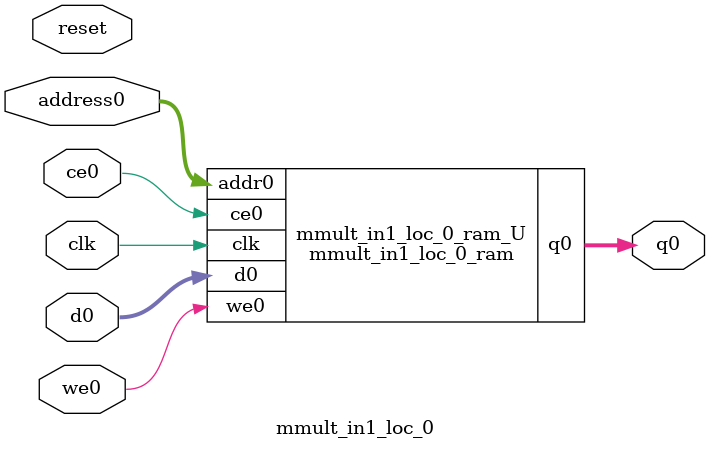
<source format=v>
`timescale 1 ns / 1 ps
module mmult_in1_loc_0_ram (addr0, ce0, d0, we0, q0,  clk);

parameter DWIDTH = 32;
parameter AWIDTH = 6;
parameter MEM_SIZE = 64;

input[AWIDTH-1:0] addr0;
input ce0;
input[DWIDTH-1:0] d0;
input we0;
output reg[DWIDTH-1:0] q0;
input clk;

(* ram_style = "block" *)reg [DWIDTH-1:0] ram[0:MEM_SIZE-1];




always @(posedge clk)  
begin 
    if (ce0) begin
        if (we0) 
            ram[addr0] <= d0; 
        q0 <= ram[addr0];
    end
end


endmodule

`timescale 1 ns / 1 ps
module mmult_in1_loc_0(
    reset,
    clk,
    address0,
    ce0,
    we0,
    d0,
    q0);

parameter DataWidth = 32'd32;
parameter AddressRange = 32'd64;
parameter AddressWidth = 32'd6;
input reset;
input clk;
input[AddressWidth - 1:0] address0;
input ce0;
input we0;
input[DataWidth - 1:0] d0;
output[DataWidth - 1:0] q0;



mmult_in1_loc_0_ram mmult_in1_loc_0_ram_U(
    .clk( clk ),
    .addr0( address0 ),
    .ce0( ce0 ),
    .we0( we0 ),
    .d0( d0 ),
    .q0( q0 ));

endmodule


</source>
